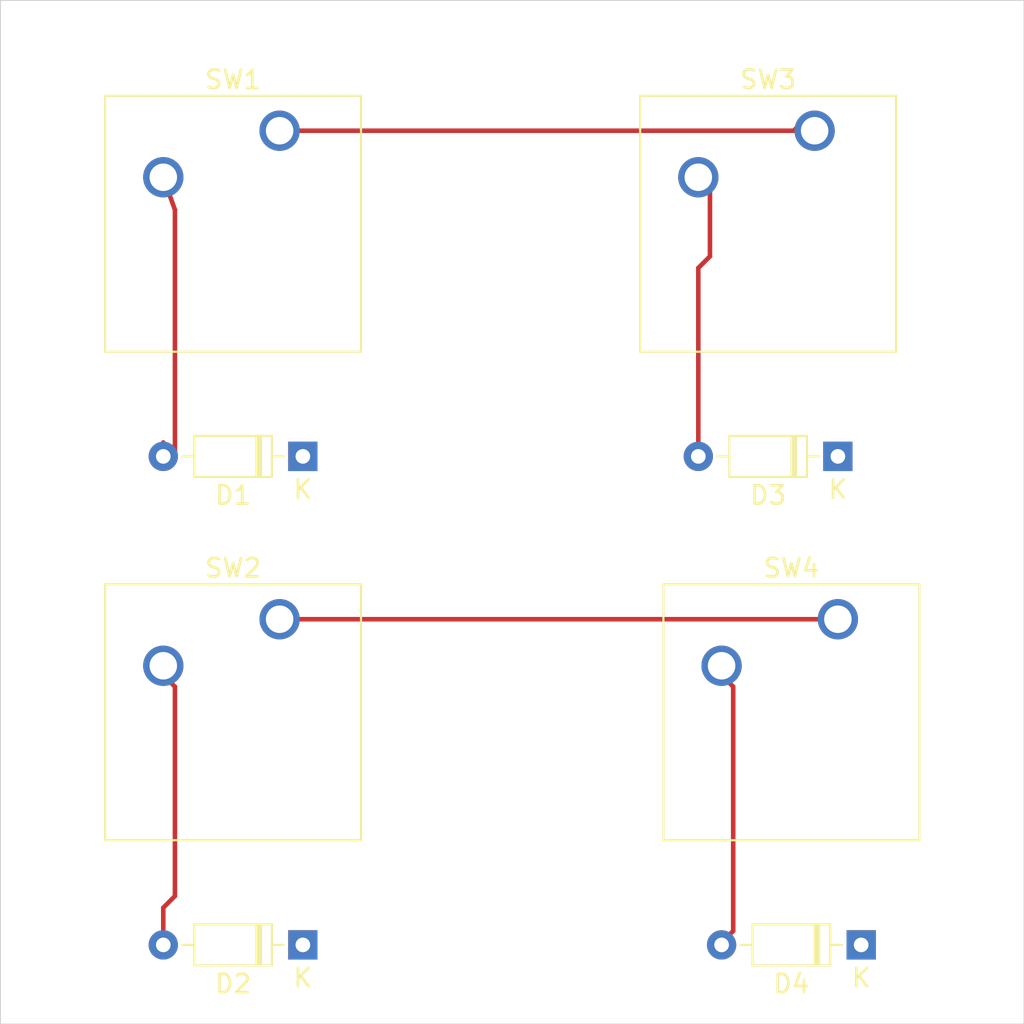
<source format=kicad_pcb>
(kicad_pcb (version 20171130) (host pcbnew "(5.1.2)-1")

  (general
    (thickness 1.6)
    (drawings 4)
    (tracks 23)
    (zones 0)
    (modules 8)
    (nets 9)
  )

  (page A4)
  (layers
    (0 F.Cu signal)
    (31 B.Cu signal)
    (32 B.Adhes user)
    (33 F.Adhes user)
    (34 B.Paste user)
    (35 F.Paste user)
    (36 B.SilkS user)
    (37 F.SilkS user)
    (38 B.Mask user)
    (39 F.Mask user)
    (40 Dwgs.User user)
    (41 Cmts.User user)
    (42 Eco1.User user)
    (43 Eco2.User user)
    (44 Edge.Cuts user)
    (45 Margin user)
    (46 B.CrtYd user)
    (47 F.CrtYd user)
    (48 B.Fab user)
    (49 F.Fab user)
  )

  (setup
    (last_trace_width 0.25)
    (trace_clearance 0.2)
    (zone_clearance 0.508)
    (zone_45_only no)
    (trace_min 0.2)
    (via_size 0.8)
    (via_drill 0.4)
    (via_min_size 0.4)
    (via_min_drill 0.3)
    (uvia_size 0.3)
    (uvia_drill 0.1)
    (uvias_allowed no)
    (uvia_min_size 0.2)
    (uvia_min_drill 0.1)
    (edge_width 0.05)
    (segment_width 0.2)
    (pcb_text_width 0.3)
    (pcb_text_size 1.5 1.5)
    (mod_edge_width 0.12)
    (mod_text_size 1 1)
    (mod_text_width 0.15)
    (pad_size 1.524 1.524)
    (pad_drill 0.762)
    (pad_to_mask_clearance 0.051)
    (solder_mask_min_width 0.25)
    (aux_axis_origin 0 0)
    (grid_origin 91.44 34.798)
    (visible_elements 7FFFFFFF)
    (pcbplotparams
      (layerselection 0x010fc_ffffffff)
      (usegerberextensions false)
      (usegerberattributes false)
      (usegerberadvancedattributes false)
      (creategerberjobfile false)
      (excludeedgelayer true)
      (linewidth 0.100000)
      (plotframeref false)
      (viasonmask false)
      (mode 1)
      (useauxorigin false)
      (hpglpennumber 1)
      (hpglpenspeed 20)
      (hpglpendiameter 15.000000)
      (psnegative false)
      (psa4output false)
      (plotreference true)
      (plotvalue true)
      (plotinvisibletext false)
      (padsonsilk false)
      (subtractmaskfromsilk false)
      (outputformat 1)
      (mirror false)
      (drillshape 1)
      (scaleselection 1)
      (outputdirectory ""))
  )

  (net 0 "")
  (net 1 "Net-(D1-Pad2)")
  (net 2 /key_matrix/col_0)
  (net 3 "Net-(D2-Pad2)")
  (net 4 "Net-(D3-Pad2)")
  (net 5 /key_matrix/col_1)
  (net 6 "Net-(D4-Pad2)")
  (net 7 /key_matrix/row_0)
  (net 8 /key_matrix/row_1)

  (net_class Default "This is the default net class."
    (clearance 0.2)
    (trace_width 0.25)
    (via_dia 0.8)
    (via_drill 0.4)
    (uvia_dia 0.3)
    (uvia_drill 0.1)
    (add_net /key_matrix/col_0)
    (add_net /key_matrix/col_1)
    (add_net /key_matrix/row_0)
    (add_net /key_matrix/row_1)
    (add_net "Net-(D1-Pad2)")
    (add_net "Net-(D2-Pad2)")
    (add_net "Net-(D3-Pad2)")
    (add_net "Net-(D4-Pad2)")
  )

  (module Button_Switch_Keyboard:SW_Cherry_MX_1.00u_PCB (layer F.Cu) (tedit 5A02FE24) (tstamp 5CED4758)
    (at 106.68 41.91)
    (descr "Cherry MX keyswitch, 1.00u, PCB mount, http://cherryamericas.com/wp-content/uploads/2014/12/mx_cat.pdf")
    (tags "Cherry MX keyswitch 1.00u PCB")
    (path /5CEB265E/5CEC753A)
    (fp_text reference SW1 (at -2.54 -2.794) (layer F.SilkS)
      (effects (font (size 1 1) (thickness 0.15)))
    )
    (fp_text value SW_SPST (at -2.54 12.954) (layer F.Fab)
      (effects (font (size 1 1) (thickness 0.15)))
    )
    (fp_line (start -9.525 12.065) (end -9.525 -1.905) (layer F.SilkS) (width 0.12))
    (fp_line (start 4.445 12.065) (end -9.525 12.065) (layer F.SilkS) (width 0.12))
    (fp_line (start 4.445 -1.905) (end 4.445 12.065) (layer F.SilkS) (width 0.12))
    (fp_line (start -9.525 -1.905) (end 4.445 -1.905) (layer F.SilkS) (width 0.12))
    (fp_line (start -12.065 14.605) (end -12.065 -4.445) (layer Dwgs.User) (width 0.15))
    (fp_line (start 6.985 14.605) (end -12.065 14.605) (layer Dwgs.User) (width 0.15))
    (fp_line (start 6.985 -4.445) (end 6.985 14.605) (layer Dwgs.User) (width 0.15))
    (fp_line (start -12.065 -4.445) (end 6.985 -4.445) (layer Dwgs.User) (width 0.15))
    (fp_line (start -9.14 -1.52) (end 4.06 -1.52) (layer F.CrtYd) (width 0.05))
    (fp_line (start 4.06 -1.52) (end 4.06 11.68) (layer F.CrtYd) (width 0.05))
    (fp_line (start 4.06 11.68) (end -9.14 11.68) (layer F.CrtYd) (width 0.05))
    (fp_line (start -9.14 11.68) (end -9.14 -1.52) (layer F.CrtYd) (width 0.05))
    (fp_line (start -8.89 11.43) (end -8.89 -1.27) (layer F.Fab) (width 0.1))
    (fp_line (start 3.81 11.43) (end -8.89 11.43) (layer F.Fab) (width 0.1))
    (fp_line (start 3.81 -1.27) (end 3.81 11.43) (layer F.Fab) (width 0.1))
    (fp_line (start -8.89 -1.27) (end 3.81 -1.27) (layer F.Fab) (width 0.1))
    (fp_text user %R (at -2.54 -2.794) (layer F.Fab)
      (effects (font (size 1 1) (thickness 0.15)))
    )
    (pad "" np_thru_hole circle (at 2.54 5.08) (size 1.7 1.7) (drill 1.7) (layers *.Cu *.Mask))
    (pad "" np_thru_hole circle (at -7.62 5.08) (size 1.7 1.7) (drill 1.7) (layers *.Cu *.Mask))
    (pad "" np_thru_hole circle (at -2.54 5.08) (size 4 4) (drill 4) (layers *.Cu *.Mask))
    (pad 2 thru_hole circle (at -6.35 2.54) (size 2.2 2.2) (drill 1.5) (layers *.Cu *.Mask)
      (net 1 "Net-(D1-Pad2)"))
    (pad 1 thru_hole circle (at 0 0) (size 2.2 2.2) (drill 1.5) (layers *.Cu *.Mask)
      (net 7 /key_matrix/row_0))
    (model ${KISYS3DMOD}/Button_Switch_Keyboard.3dshapes/SW_Cherry_MX_1.00u_PCB.wrl
      (at (xyz 0 0 0))
      (scale (xyz 1 1 1))
      (rotate (xyz 0 0 0))
    )
  )

  (module Button_Switch_Keyboard:SW_Cherry_MX_1.00u_PCB (layer F.Cu) (tedit 5A02FE24) (tstamp 5CED47A6)
    (at 137.16 68.58)
    (descr "Cherry MX keyswitch, 1.00u, PCB mount, http://cherryamericas.com/wp-content/uploads/2014/12/mx_cat.pdf")
    (tags "Cherry MX keyswitch 1.00u PCB")
    (path /5CEB265E/5CEE2221)
    (fp_text reference SW4 (at -2.54 -2.794) (layer F.SilkS)
      (effects (font (size 1 1) (thickness 0.15)))
    )
    (fp_text value SW_SPST (at -2.54 12.954) (layer F.Fab)
      (effects (font (size 1 1) (thickness 0.15)))
    )
    (fp_line (start -9.525 12.065) (end -9.525 -1.905) (layer F.SilkS) (width 0.12))
    (fp_line (start 4.445 12.065) (end -9.525 12.065) (layer F.SilkS) (width 0.12))
    (fp_line (start 4.445 -1.905) (end 4.445 12.065) (layer F.SilkS) (width 0.12))
    (fp_line (start -9.525 -1.905) (end 4.445 -1.905) (layer F.SilkS) (width 0.12))
    (fp_line (start -12.065 14.605) (end -12.065 -4.445) (layer Dwgs.User) (width 0.15))
    (fp_line (start 6.985 14.605) (end -12.065 14.605) (layer Dwgs.User) (width 0.15))
    (fp_line (start 6.985 -4.445) (end 6.985 14.605) (layer Dwgs.User) (width 0.15))
    (fp_line (start -12.065 -4.445) (end 6.985 -4.445) (layer Dwgs.User) (width 0.15))
    (fp_line (start -9.14 -1.52) (end 4.06 -1.52) (layer F.CrtYd) (width 0.05))
    (fp_line (start 4.06 -1.52) (end 4.06 11.68) (layer F.CrtYd) (width 0.05))
    (fp_line (start 4.06 11.68) (end -9.14 11.68) (layer F.CrtYd) (width 0.05))
    (fp_line (start -9.14 11.68) (end -9.14 -1.52) (layer F.CrtYd) (width 0.05))
    (fp_line (start -8.89 11.43) (end -8.89 -1.27) (layer F.Fab) (width 0.1))
    (fp_line (start 3.81 11.43) (end -8.89 11.43) (layer F.Fab) (width 0.1))
    (fp_line (start 3.81 -1.27) (end 3.81 11.43) (layer F.Fab) (width 0.1))
    (fp_line (start -8.89 -1.27) (end 3.81 -1.27) (layer F.Fab) (width 0.1))
    (fp_text user %R (at -2.54 -2.794) (layer F.Fab)
      (effects (font (size 1 1) (thickness 0.15)))
    )
    (pad "" np_thru_hole circle (at 2.54 5.08) (size 1.7 1.7) (drill 1.7) (layers *.Cu *.Mask))
    (pad "" np_thru_hole circle (at -7.62 5.08) (size 1.7 1.7) (drill 1.7) (layers *.Cu *.Mask))
    (pad "" np_thru_hole circle (at -2.54 5.08) (size 4 4) (drill 4) (layers *.Cu *.Mask))
    (pad 2 thru_hole circle (at -6.35 2.54) (size 2.2 2.2) (drill 1.5) (layers *.Cu *.Mask)
      (net 6 "Net-(D4-Pad2)"))
    (pad 1 thru_hole circle (at 0 0) (size 2.2 2.2) (drill 1.5) (layers *.Cu *.Mask)
      (net 8 /key_matrix/row_1))
    (model ${KISYS3DMOD}/Button_Switch_Keyboard.3dshapes/SW_Cherry_MX_1.00u_PCB.wrl
      (at (xyz 0 0 0))
      (scale (xyz 1 1 1))
      (rotate (xyz 0 0 0))
    )
  )

  (module Button_Switch_Keyboard:SW_Cherry_MX_1.00u_PCB (layer F.Cu) (tedit 5A02FE24) (tstamp 5CED478C)
    (at 135.89 41.91)
    (descr "Cherry MX keyswitch, 1.00u, PCB mount, http://cherryamericas.com/wp-content/uploads/2014/12/mx_cat.pdf")
    (tags "Cherry MX keyswitch 1.00u PCB")
    (path /5CEB265E/5CED8836)
    (fp_text reference SW3 (at -2.54 -2.794) (layer F.SilkS)
      (effects (font (size 1 1) (thickness 0.15)))
    )
    (fp_text value SW_SPST (at -2.54 12.954) (layer F.Fab)
      (effects (font (size 1 1) (thickness 0.15)))
    )
    (fp_line (start -9.525 12.065) (end -9.525 -1.905) (layer F.SilkS) (width 0.12))
    (fp_line (start 4.445 12.065) (end -9.525 12.065) (layer F.SilkS) (width 0.12))
    (fp_line (start 4.445 -1.905) (end 4.445 12.065) (layer F.SilkS) (width 0.12))
    (fp_line (start -9.525 -1.905) (end 4.445 -1.905) (layer F.SilkS) (width 0.12))
    (fp_line (start -12.065 14.605) (end -12.065 -4.445) (layer Dwgs.User) (width 0.15))
    (fp_line (start 6.985 14.605) (end -12.065 14.605) (layer Dwgs.User) (width 0.15))
    (fp_line (start 6.985 -4.445) (end 6.985 14.605) (layer Dwgs.User) (width 0.15))
    (fp_line (start -12.065 -4.445) (end 6.985 -4.445) (layer Dwgs.User) (width 0.15))
    (fp_line (start -9.14 -1.52) (end 4.06 -1.52) (layer F.CrtYd) (width 0.05))
    (fp_line (start 4.06 -1.52) (end 4.06 11.68) (layer F.CrtYd) (width 0.05))
    (fp_line (start 4.06 11.68) (end -9.14 11.68) (layer F.CrtYd) (width 0.05))
    (fp_line (start -9.14 11.68) (end -9.14 -1.52) (layer F.CrtYd) (width 0.05))
    (fp_line (start -8.89 11.43) (end -8.89 -1.27) (layer F.Fab) (width 0.1))
    (fp_line (start 3.81 11.43) (end -8.89 11.43) (layer F.Fab) (width 0.1))
    (fp_line (start 3.81 -1.27) (end 3.81 11.43) (layer F.Fab) (width 0.1))
    (fp_line (start -8.89 -1.27) (end 3.81 -1.27) (layer F.Fab) (width 0.1))
    (fp_text user %R (at -2.54 -2.794) (layer F.Fab)
      (effects (font (size 1 1) (thickness 0.15)))
    )
    (pad "" np_thru_hole circle (at 2.54 5.08) (size 1.7 1.7) (drill 1.7) (layers *.Cu *.Mask))
    (pad "" np_thru_hole circle (at -7.62 5.08) (size 1.7 1.7) (drill 1.7) (layers *.Cu *.Mask))
    (pad "" np_thru_hole circle (at -2.54 5.08) (size 4 4) (drill 4) (layers *.Cu *.Mask))
    (pad 2 thru_hole circle (at -6.35 2.54) (size 2.2 2.2) (drill 1.5) (layers *.Cu *.Mask)
      (net 4 "Net-(D3-Pad2)"))
    (pad 1 thru_hole circle (at 0 0) (size 2.2 2.2) (drill 1.5) (layers *.Cu *.Mask)
      (net 7 /key_matrix/row_0))
    (model ${KISYS3DMOD}/Button_Switch_Keyboard.3dshapes/SW_Cherry_MX_1.00u_PCB.wrl
      (at (xyz 0 0 0))
      (scale (xyz 1 1 1))
      (rotate (xyz 0 0 0))
    )
  )

  (module Button_Switch_Keyboard:SW_Cherry_MX_1.00u_PCB (layer F.Cu) (tedit 5A02FE24) (tstamp 5CED4772)
    (at 106.68 68.58)
    (descr "Cherry MX keyswitch, 1.00u, PCB mount, http://cherryamericas.com/wp-content/uploads/2014/12/mx_cat.pdf")
    (tags "Cherry MX keyswitch 1.00u PCB")
    (path /5CEB265E/5CEDD229)
    (fp_text reference SW2 (at -2.54 -2.794) (layer F.SilkS)
      (effects (font (size 1 1) (thickness 0.15)))
    )
    (fp_text value SW_SPST (at -2.54 12.954) (layer F.Fab)
      (effects (font (size 1 1) (thickness 0.15)))
    )
    (fp_line (start -9.525 12.065) (end -9.525 -1.905) (layer F.SilkS) (width 0.12))
    (fp_line (start 4.445 12.065) (end -9.525 12.065) (layer F.SilkS) (width 0.12))
    (fp_line (start 4.445 -1.905) (end 4.445 12.065) (layer F.SilkS) (width 0.12))
    (fp_line (start -9.525 -1.905) (end 4.445 -1.905) (layer F.SilkS) (width 0.12))
    (fp_line (start -12.065 14.605) (end -12.065 -4.445) (layer Dwgs.User) (width 0.15))
    (fp_line (start 6.985 14.605) (end -12.065 14.605) (layer Dwgs.User) (width 0.15))
    (fp_line (start 6.985 -4.445) (end 6.985 14.605) (layer Dwgs.User) (width 0.15))
    (fp_line (start -12.065 -4.445) (end 6.985 -4.445) (layer Dwgs.User) (width 0.15))
    (fp_line (start -9.14 -1.52) (end 4.06 -1.52) (layer F.CrtYd) (width 0.05))
    (fp_line (start 4.06 -1.52) (end 4.06 11.68) (layer F.CrtYd) (width 0.05))
    (fp_line (start 4.06 11.68) (end -9.14 11.68) (layer F.CrtYd) (width 0.05))
    (fp_line (start -9.14 11.68) (end -9.14 -1.52) (layer F.CrtYd) (width 0.05))
    (fp_line (start -8.89 11.43) (end -8.89 -1.27) (layer F.Fab) (width 0.1))
    (fp_line (start 3.81 11.43) (end -8.89 11.43) (layer F.Fab) (width 0.1))
    (fp_line (start 3.81 -1.27) (end 3.81 11.43) (layer F.Fab) (width 0.1))
    (fp_line (start -8.89 -1.27) (end 3.81 -1.27) (layer F.Fab) (width 0.1))
    (fp_text user %R (at -2.54 -2.794) (layer F.Fab)
      (effects (font (size 1 1) (thickness 0.15)))
    )
    (pad "" np_thru_hole circle (at 2.54 5.08) (size 1.7 1.7) (drill 1.7) (layers *.Cu *.Mask))
    (pad "" np_thru_hole circle (at -7.62 5.08) (size 1.7 1.7) (drill 1.7) (layers *.Cu *.Mask))
    (pad "" np_thru_hole circle (at -2.54 5.08) (size 4 4) (drill 4) (layers *.Cu *.Mask))
    (pad 2 thru_hole circle (at -6.35 2.54) (size 2.2 2.2) (drill 1.5) (layers *.Cu *.Mask)
      (net 3 "Net-(D2-Pad2)"))
    (pad 1 thru_hole circle (at 0 0) (size 2.2 2.2) (drill 1.5) (layers *.Cu *.Mask)
      (net 8 /key_matrix/row_1))
    (model ${KISYS3DMOD}/Button_Switch_Keyboard.3dshapes/SW_Cherry_MX_1.00u_PCB.wrl
      (at (xyz 0 0 0))
      (scale (xyz 1 1 1))
      (rotate (xyz 0 0 0))
    )
  )

  (module Diode_THT:D_DO-35_SOD27_P7.62mm_Horizontal (layer F.Cu) (tedit 5AE50CD5) (tstamp 5CED473E)
    (at 138.43 86.36 180)
    (descr "Diode, DO-35_SOD27 series, Axial, Horizontal, pin pitch=7.62mm, , length*diameter=4*2mm^2, , http://www.diodes.com/_files/packages/DO-35.pdf")
    (tags "Diode DO-35_SOD27 series Axial Horizontal pin pitch 7.62mm  length 4mm diameter 2mm")
    (path /5CEB265E/5CEE2227)
    (fp_text reference D4 (at 3.81 -2.12) (layer F.SilkS)
      (effects (font (size 1 1) (thickness 0.15)))
    )
    (fp_text value 1N4148 (at 3.81 2.12) (layer F.Fab)
      (effects (font (size 1 1) (thickness 0.15)))
    )
    (fp_text user K (at 0 -1.8) (layer F.SilkS)
      (effects (font (size 1 1) (thickness 0.15)))
    )
    (fp_text user K (at 0 -1.8) (layer F.Fab)
      (effects (font (size 1 1) (thickness 0.15)))
    )
    (fp_text user %R (at 4.11 0) (layer F.Fab)
      (effects (font (size 0.8 0.8) (thickness 0.12)))
    )
    (fp_line (start 8.67 -1.25) (end -1.05 -1.25) (layer F.CrtYd) (width 0.05))
    (fp_line (start 8.67 1.25) (end 8.67 -1.25) (layer F.CrtYd) (width 0.05))
    (fp_line (start -1.05 1.25) (end 8.67 1.25) (layer F.CrtYd) (width 0.05))
    (fp_line (start -1.05 -1.25) (end -1.05 1.25) (layer F.CrtYd) (width 0.05))
    (fp_line (start 2.29 -1.12) (end 2.29 1.12) (layer F.SilkS) (width 0.12))
    (fp_line (start 2.53 -1.12) (end 2.53 1.12) (layer F.SilkS) (width 0.12))
    (fp_line (start 2.41 -1.12) (end 2.41 1.12) (layer F.SilkS) (width 0.12))
    (fp_line (start 6.58 0) (end 5.93 0) (layer F.SilkS) (width 0.12))
    (fp_line (start 1.04 0) (end 1.69 0) (layer F.SilkS) (width 0.12))
    (fp_line (start 5.93 -1.12) (end 1.69 -1.12) (layer F.SilkS) (width 0.12))
    (fp_line (start 5.93 1.12) (end 5.93 -1.12) (layer F.SilkS) (width 0.12))
    (fp_line (start 1.69 1.12) (end 5.93 1.12) (layer F.SilkS) (width 0.12))
    (fp_line (start 1.69 -1.12) (end 1.69 1.12) (layer F.SilkS) (width 0.12))
    (fp_line (start 2.31 -1) (end 2.31 1) (layer F.Fab) (width 0.1))
    (fp_line (start 2.51 -1) (end 2.51 1) (layer F.Fab) (width 0.1))
    (fp_line (start 2.41 -1) (end 2.41 1) (layer F.Fab) (width 0.1))
    (fp_line (start 7.62 0) (end 5.81 0) (layer F.Fab) (width 0.1))
    (fp_line (start 0 0) (end 1.81 0) (layer F.Fab) (width 0.1))
    (fp_line (start 5.81 -1) (end 1.81 -1) (layer F.Fab) (width 0.1))
    (fp_line (start 5.81 1) (end 5.81 -1) (layer F.Fab) (width 0.1))
    (fp_line (start 1.81 1) (end 5.81 1) (layer F.Fab) (width 0.1))
    (fp_line (start 1.81 -1) (end 1.81 1) (layer F.Fab) (width 0.1))
    (pad 2 thru_hole oval (at 7.62 0 180) (size 1.6 1.6) (drill 0.8) (layers *.Cu *.Mask)
      (net 6 "Net-(D4-Pad2)"))
    (pad 1 thru_hole rect (at 0 0 180) (size 1.6 1.6) (drill 0.8) (layers *.Cu *.Mask)
      (net 5 /key_matrix/col_1))
    (model ${KISYS3DMOD}/Diode_THT.3dshapes/D_DO-35_SOD27_P7.62mm_Horizontal.wrl
      (at (xyz 0 0 0))
      (scale (xyz 1 1 1))
      (rotate (xyz 0 0 0))
    )
  )

  (module Diode_THT:D_DO-35_SOD27_P7.62mm_Horizontal (layer F.Cu) (tedit 5AE50CD5) (tstamp 5CED4E24)
    (at 137.16 59.69 180)
    (descr "Diode, DO-35_SOD27 series, Axial, Horizontal, pin pitch=7.62mm, , length*diameter=4*2mm^2, , http://www.diodes.com/_files/packages/DO-35.pdf")
    (tags "Diode DO-35_SOD27 series Axial Horizontal pin pitch 7.62mm  length 4mm diameter 2mm")
    (path /5CEB265E/5CED883C)
    (fp_text reference D3 (at 3.81 -2.12) (layer F.SilkS)
      (effects (font (size 1 1) (thickness 0.15)))
    )
    (fp_text value 1N4148 (at 3.81 2.12) (layer F.Fab)
      (effects (font (size 1 1) (thickness 0.15)))
    )
    (fp_text user K (at 0 -1.8) (layer F.SilkS)
      (effects (font (size 1 1) (thickness 0.15)))
    )
    (fp_text user K (at 0 -1.8) (layer F.Fab)
      (effects (font (size 1 1) (thickness 0.15)))
    )
    (fp_text user %R (at 4.11 0) (layer F.Fab)
      (effects (font (size 0.8 0.8) (thickness 0.12)))
    )
    (fp_line (start 8.67 -1.25) (end -1.05 -1.25) (layer F.CrtYd) (width 0.05))
    (fp_line (start 8.67 1.25) (end 8.67 -1.25) (layer F.CrtYd) (width 0.05))
    (fp_line (start -1.05 1.25) (end 8.67 1.25) (layer F.CrtYd) (width 0.05))
    (fp_line (start -1.05 -1.25) (end -1.05 1.25) (layer F.CrtYd) (width 0.05))
    (fp_line (start 2.29 -1.12) (end 2.29 1.12) (layer F.SilkS) (width 0.12))
    (fp_line (start 2.53 -1.12) (end 2.53 1.12) (layer F.SilkS) (width 0.12))
    (fp_line (start 2.41 -1.12) (end 2.41 1.12) (layer F.SilkS) (width 0.12))
    (fp_line (start 6.58 0) (end 5.93 0) (layer F.SilkS) (width 0.12))
    (fp_line (start 1.04 0) (end 1.69 0) (layer F.SilkS) (width 0.12))
    (fp_line (start 5.93 -1.12) (end 1.69 -1.12) (layer F.SilkS) (width 0.12))
    (fp_line (start 5.93 1.12) (end 5.93 -1.12) (layer F.SilkS) (width 0.12))
    (fp_line (start 1.69 1.12) (end 5.93 1.12) (layer F.SilkS) (width 0.12))
    (fp_line (start 1.69 -1.12) (end 1.69 1.12) (layer F.SilkS) (width 0.12))
    (fp_line (start 2.31 -1) (end 2.31 1) (layer F.Fab) (width 0.1))
    (fp_line (start 2.51 -1) (end 2.51 1) (layer F.Fab) (width 0.1))
    (fp_line (start 2.41 -1) (end 2.41 1) (layer F.Fab) (width 0.1))
    (fp_line (start 7.62 0) (end 5.81 0) (layer F.Fab) (width 0.1))
    (fp_line (start 0 0) (end 1.81 0) (layer F.Fab) (width 0.1))
    (fp_line (start 5.81 -1) (end 1.81 -1) (layer F.Fab) (width 0.1))
    (fp_line (start 5.81 1) (end 5.81 -1) (layer F.Fab) (width 0.1))
    (fp_line (start 1.81 1) (end 5.81 1) (layer F.Fab) (width 0.1))
    (fp_line (start 1.81 -1) (end 1.81 1) (layer F.Fab) (width 0.1))
    (pad 2 thru_hole oval (at 7.62 0 180) (size 1.6 1.6) (drill 0.8) (layers *.Cu *.Mask)
      (net 4 "Net-(D3-Pad2)"))
    (pad 1 thru_hole rect (at 0 0 180) (size 1.6 1.6) (drill 0.8) (layers *.Cu *.Mask)
      (net 5 /key_matrix/col_1))
    (model ${KISYS3DMOD}/Diode_THT.3dshapes/D_DO-35_SOD27_P7.62mm_Horizontal.wrl
      (at (xyz 0 0 0))
      (scale (xyz 1 1 1))
      (rotate (xyz 0 0 0))
    )
  )

  (module Diode_THT:D_DO-35_SOD27_P7.62mm_Horizontal (layer F.Cu) (tedit 5AE50CD5) (tstamp 5CED4700)
    (at 107.95 86.36 180)
    (descr "Diode, DO-35_SOD27 series, Axial, Horizontal, pin pitch=7.62mm, , length*diameter=4*2mm^2, , http://www.diodes.com/_files/packages/DO-35.pdf")
    (tags "Diode DO-35_SOD27 series Axial Horizontal pin pitch 7.62mm  length 4mm diameter 2mm")
    (path /5CEB265E/5CEDD22F)
    (fp_text reference D2 (at 3.81 -2.12) (layer F.SilkS)
      (effects (font (size 1 1) (thickness 0.15)))
    )
    (fp_text value 1N4148 (at 3.81 2.12) (layer F.Fab)
      (effects (font (size 1 1) (thickness 0.15)))
    )
    (fp_text user K (at 0 -1.8) (layer F.SilkS)
      (effects (font (size 1 1) (thickness 0.15)))
    )
    (fp_text user K (at 0 -1.8) (layer F.Fab)
      (effects (font (size 1 1) (thickness 0.15)))
    )
    (fp_text user %R (at 4.11 0) (layer F.Fab)
      (effects (font (size 0.8 0.8) (thickness 0.12)))
    )
    (fp_line (start 8.67 -1.25) (end -1.05 -1.25) (layer F.CrtYd) (width 0.05))
    (fp_line (start 8.67 1.25) (end 8.67 -1.25) (layer F.CrtYd) (width 0.05))
    (fp_line (start -1.05 1.25) (end 8.67 1.25) (layer F.CrtYd) (width 0.05))
    (fp_line (start -1.05 -1.25) (end -1.05 1.25) (layer F.CrtYd) (width 0.05))
    (fp_line (start 2.29 -1.12) (end 2.29 1.12) (layer F.SilkS) (width 0.12))
    (fp_line (start 2.53 -1.12) (end 2.53 1.12) (layer F.SilkS) (width 0.12))
    (fp_line (start 2.41 -1.12) (end 2.41 1.12) (layer F.SilkS) (width 0.12))
    (fp_line (start 6.58 0) (end 5.93 0) (layer F.SilkS) (width 0.12))
    (fp_line (start 1.04 0) (end 1.69 0) (layer F.SilkS) (width 0.12))
    (fp_line (start 5.93 -1.12) (end 1.69 -1.12) (layer F.SilkS) (width 0.12))
    (fp_line (start 5.93 1.12) (end 5.93 -1.12) (layer F.SilkS) (width 0.12))
    (fp_line (start 1.69 1.12) (end 5.93 1.12) (layer F.SilkS) (width 0.12))
    (fp_line (start 1.69 -1.12) (end 1.69 1.12) (layer F.SilkS) (width 0.12))
    (fp_line (start 2.31 -1) (end 2.31 1) (layer F.Fab) (width 0.1))
    (fp_line (start 2.51 -1) (end 2.51 1) (layer F.Fab) (width 0.1))
    (fp_line (start 2.41 -1) (end 2.41 1) (layer F.Fab) (width 0.1))
    (fp_line (start 7.62 0) (end 5.81 0) (layer F.Fab) (width 0.1))
    (fp_line (start 0 0) (end 1.81 0) (layer F.Fab) (width 0.1))
    (fp_line (start 5.81 -1) (end 1.81 -1) (layer F.Fab) (width 0.1))
    (fp_line (start 5.81 1) (end 5.81 -1) (layer F.Fab) (width 0.1))
    (fp_line (start 1.81 1) (end 5.81 1) (layer F.Fab) (width 0.1))
    (fp_line (start 1.81 -1) (end 1.81 1) (layer F.Fab) (width 0.1))
    (pad 2 thru_hole oval (at 7.62 0 180) (size 1.6 1.6) (drill 0.8) (layers *.Cu *.Mask)
      (net 3 "Net-(D2-Pad2)"))
    (pad 1 thru_hole rect (at 0 0 180) (size 1.6 1.6) (drill 0.8) (layers *.Cu *.Mask)
      (net 2 /key_matrix/col_0))
    (model ${KISYS3DMOD}/Diode_THT.3dshapes/D_DO-35_SOD27_P7.62mm_Horizontal.wrl
      (at (xyz 0 0 0))
      (scale (xyz 1 1 1))
      (rotate (xyz 0 0 0))
    )
  )

  (module Diode_THT:D_DO-35_SOD27_P7.62mm_Horizontal (layer F.Cu) (tedit 5AE50CD5) (tstamp 5CED46E1)
    (at 107.95 59.69 180)
    (descr "Diode, DO-35_SOD27 series, Axial, Horizontal, pin pitch=7.62mm, , length*diameter=4*2mm^2, , http://www.diodes.com/_files/packages/DO-35.pdf")
    (tags "Diode DO-35_SOD27 series Axial Horizontal pin pitch 7.62mm  length 4mm diameter 2mm")
    (path /5CEB265E/5CECBC62)
    (fp_text reference D1 (at 3.81 -2.12) (layer F.SilkS)
      (effects (font (size 1 1) (thickness 0.15)))
    )
    (fp_text value 1N4148 (at 3.81 2.12) (layer F.Fab)
      (effects (font (size 1 1) (thickness 0.15)))
    )
    (fp_text user K (at 0 -1.8) (layer F.SilkS)
      (effects (font (size 1 1) (thickness 0.15)))
    )
    (fp_text user K (at 0 -1.8) (layer F.Fab)
      (effects (font (size 1 1) (thickness 0.15)))
    )
    (fp_text user %R (at 4.11 0) (layer F.Fab)
      (effects (font (size 0.8 0.8) (thickness 0.12)))
    )
    (fp_line (start 8.67 -1.25) (end -1.05 -1.25) (layer F.CrtYd) (width 0.05))
    (fp_line (start 8.67 1.25) (end 8.67 -1.25) (layer F.CrtYd) (width 0.05))
    (fp_line (start -1.05 1.25) (end 8.67 1.25) (layer F.CrtYd) (width 0.05))
    (fp_line (start -1.05 -1.25) (end -1.05 1.25) (layer F.CrtYd) (width 0.05))
    (fp_line (start 2.29 -1.12) (end 2.29 1.12) (layer F.SilkS) (width 0.12))
    (fp_line (start 2.53 -1.12) (end 2.53 1.12) (layer F.SilkS) (width 0.12))
    (fp_line (start 2.41 -1.12) (end 2.41 1.12) (layer F.SilkS) (width 0.12))
    (fp_line (start 6.58 0) (end 5.93 0) (layer F.SilkS) (width 0.12))
    (fp_line (start 1.04 0) (end 1.69 0) (layer F.SilkS) (width 0.12))
    (fp_line (start 5.93 -1.12) (end 1.69 -1.12) (layer F.SilkS) (width 0.12))
    (fp_line (start 5.93 1.12) (end 5.93 -1.12) (layer F.SilkS) (width 0.12))
    (fp_line (start 1.69 1.12) (end 5.93 1.12) (layer F.SilkS) (width 0.12))
    (fp_line (start 1.69 -1.12) (end 1.69 1.12) (layer F.SilkS) (width 0.12))
    (fp_line (start 2.31 -1) (end 2.31 1) (layer F.Fab) (width 0.1))
    (fp_line (start 2.51 -1) (end 2.51 1) (layer F.Fab) (width 0.1))
    (fp_line (start 2.41 -1) (end 2.41 1) (layer F.Fab) (width 0.1))
    (fp_line (start 7.62 0) (end 5.81 0) (layer F.Fab) (width 0.1))
    (fp_line (start 0 0) (end 1.81 0) (layer F.Fab) (width 0.1))
    (fp_line (start 5.81 -1) (end 1.81 -1) (layer F.Fab) (width 0.1))
    (fp_line (start 5.81 1) (end 5.81 -1) (layer F.Fab) (width 0.1))
    (fp_line (start 1.81 1) (end 5.81 1) (layer F.Fab) (width 0.1))
    (fp_line (start 1.81 -1) (end 1.81 1) (layer F.Fab) (width 0.1))
    (pad 2 thru_hole oval (at 7.62 0 180) (size 1.6 1.6) (drill 0.8) (layers *.Cu *.Mask)
      (net 1 "Net-(D1-Pad2)"))
    (pad 1 thru_hole rect (at 0 0 180) (size 1.6 1.6) (drill 0.8) (layers *.Cu *.Mask)
      (net 2 /key_matrix/col_0))
    (model ${KISYS3DMOD}/Diode_THT.3dshapes/D_DO-35_SOD27_P7.62mm_Horizontal.wrl
      (at (xyz 0 0 0))
      (scale (xyz 1 1 1))
      (rotate (xyz 0 0 0))
    )
  )

  (gr_line (start 147.32 90.678) (end 91.44 90.678) (layer Edge.Cuts) (width 0.05) (tstamp 5CED4E87))
  (gr_line (start 147.32 34.798) (end 147.32 90.678) (layer Edge.Cuts) (width 0.05))
  (gr_line (start 91.44 34.798) (end 147.32 34.798) (layer Edge.Cuts) (width 0.05))
  (gr_line (start 91.44 90.678) (end 91.44 34.798) (layer Edge.Cuts) (width 0.05))

  (segment (start 100.33 59.563) (end 100.33 58.928) (width 0.25) (layer F.Cu) (net 1))
  (segment (start 100.965 59.563) (end 100.33 59.563) (width 0.25) (layer F.Cu) (net 1))
  (segment (start 100.33 44.45) (end 100.965 46.228) (width 0.25) (layer F.Cu) (net 1))
  (segment (start 100.965 46.228) (end 100.965 59.563) (width 0.25) (layer F.Cu) (net 1))
  (segment (start 100.33 71.12) (end 100.33 71.628) (width 0.25) (layer F.Cu) (net 3))
  (segment (start 100.33 71.628) (end 100.965 72.263) (width 0.25) (layer F.Cu) (net 3))
  (segment (start 100.965 72.263) (end 100.965 83.693) (width 0.25) (layer F.Cu) (net 3))
  (segment (start 100.965 83.693) (end 100.33 84.328) (width 0.25) (layer F.Cu) (net 3))
  (segment (start 100.33 84.328) (end 100.33 86.233) (width 0.25) (layer F.Cu) (net 3))
  (segment (start 129.54 44.45) (end 130.175 45.085) (width 0.25) (layer F.Cu) (net 4))
  (segment (start 130.175 45.085) (end 130.175 48.768) (width 0.25) (layer F.Cu) (net 4))
  (segment (start 130.175 48.768) (end 129.54 49.403) (width 0.25) (layer F.Cu) (net 4))
  (segment (start 129.54 49.403) (end 129.54 59.563) (width 0.25) (layer F.Cu) (net 4))
  (segment (start 106.68 68.453) (end 106.68 69.088) (width 0.25) (layer F.Cu) (net 8))
  (segment (start 106.68 68.58) (end 137.033 68.58) (width 0.25) (layer F.Cu) (net 8))
  (segment (start 137.033 68.58) (end 137.16 68.453) (width 0.25) (layer F.Cu) (net 8))
  (segment (start 130.81 71.12) (end 130.81 71.628) (width 0.25) (layer F.Cu) (net 6))
  (segment (start 130.81 71.628) (end 131.445 72.263) (width 0.25) (layer F.Cu) (net 6))
  (segment (start 131.445 72.263) (end 131.445 85.598) (width 0.25) (layer F.Cu) (net 6))
  (segment (start 131.445 85.598) (end 130.81 86.233) (width 0.25) (layer F.Cu) (net 6))
  (segment (start 106.68 41.91) (end 134.747 41.91) (width 0.25) (layer F.Cu) (net 7))
  (segment (start 134.747 41.91) (end 134.874 41.783) (width 0.25) (layer F.Cu) (net 7))
  (segment (start 134.874 41.783) (end 135.89 41.783) (width 0.25) (layer F.Cu) (net 7))

)

</source>
